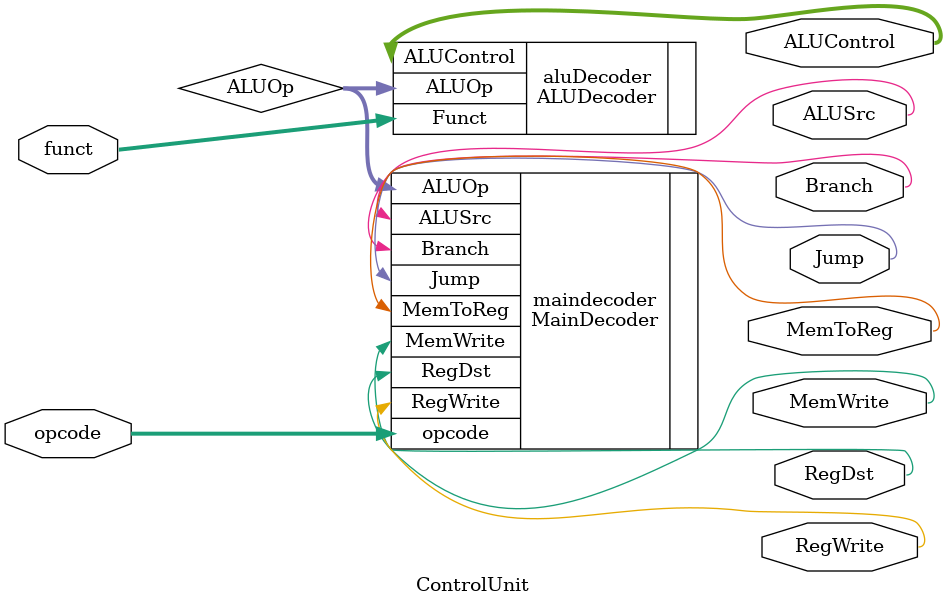
<source format=v>
module ControlUnit(
    output RegDst,       // Register destination
    output ALUSrc,       // ALU source
    output MemToReg,     // Memory to register
    output RegWrite,     // Register write enable
    output MemWrite,     // Memory write enable
    output Branch,       // Branch signal
    output Jump,         // Jump signal
    output [2:0] ALUControl, // ALU control signal
	input [5:0] opcode,      // Opcode field from the instruction
    input [5:0] funct        // Function field from the instruction (for R-type)
);

    wire [1:0] ALUOp;  // ALU operation
    // Instantiate Main Decoder
    MainDecoder maindecoder(
		.ALUOp(ALUOp),  
		.MemToReg(MemToReg),    
		.MemWrite(MemWrite),    
		.Branch(Branch),      
		.ALUSrc(ALUSrc),      
		.RegDst(RegDst),      
		.RegWrite(RegWrite),    
		.Jump(Jump),        
		.opcode(opcode)       
	);

    // Instantiate ALU Decoder
    ALUDecoder aluDecoder (
        .ALUOp(ALUOp),
        .Funct(funct),
        .ALUControl(ALUControl)
    );

endmodule

</source>
